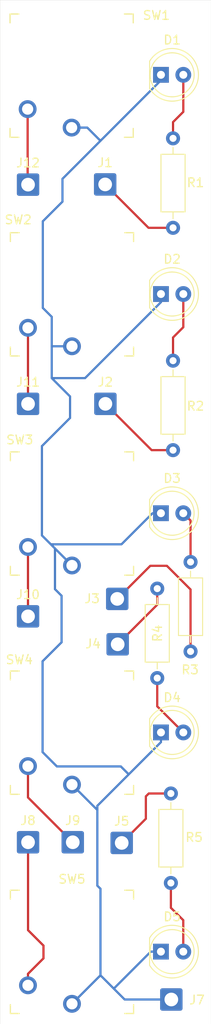
<source format=kicad_pcb>
(kicad_pcb (version 20221018) (generator pcbnew)
  (layers (0 "F.Cu" signal) (31 "B.Cu" signal) (34 "B.Paste" user) (35 "F.Paste" user) (36 "B.SilkS" user "B.Silkscreen") (37 "F.SilkS" user "F.Silkscreen") (38 "B.Mask" user) (39 "F.Mask" user) (44 "Edge.Cuts" user))
  (net 0 "")
  (footprint "Connector_Wire:SolderWire-0.75sqmm_1x01_D1.25mm_OD2.3mm" (layer "F.Cu") (at 116.2558 55.499)
    (fp_text reference "J1" (at 0 -2.47) (layer "F.SilkS"))
    (fp_text value "Conn_01x01" hide)
    (pad "1" thru_hole roundrect (at 0 0) (size 2.55 2.55) (drill 1.55) (layers "*.Cu" "*.Mask") (roundrect_rratio 0.09803882353))
  )
  (footprint "Resistor_THT:R_Axial_DIN0207_L6.3mm_D2.5mm_P10.16mm_Horizontal" (layer "F.Cu") (at 123.7234 134.8232 90)
    (fp_text reference "R5" (at 5.1816 2.6416 180) (layer "F.SilkS"))
    (fp_text value "R_US" hide)
    (fp_line (start 1.04 0) (end 1.81 0) (stroke (width 0.12)) (layer "F.SilkS"))
    (fp_line (start 1.81 -1.37) (end 1.81 1.37) (stroke (width 0.12)) (layer "F.SilkS"))
    (fp_line (start 1.81 1.37) (end 8.35 1.37) (stroke (width 0.12)) (layer "F.SilkS"))
    (fp_line (start 8.35 -1.37) (end 1.81 -1.37) (stroke (width 0.12)) (layer "F.SilkS"))
    (fp_line (start 8.35 1.37) (end 8.35 -1.37) (stroke (width 0.12)) (layer "F.SilkS"))
    (fp_line (start 9.12 0) (end 8.35 0) (stroke (width 0.12)) (layer "F.SilkS"))
    (pad "1" thru_hole circle (at 0 0 90) (size 1.6 1.6) (drill 0.8) (layers "*.Cu" "*.Mask"))
    (pad "2" thru_hole oval (at 10.16 0 90) (size 1.6 1.6) (drill 0.8) (layers "*.Cu" "*.Mask"))
  )
  (footprint "Connector_Wire:SolderWire-0.75sqmm_1x01_D1.25mm_OD2.3mm" (layer "F.Cu") (at 112.5728 130.200527)
    (fp_text reference "J9" (at 0 -2.47) (layer "F.SilkS"))
    (fp_text value "Conn_01x01" hide)
    (pad "1" thru_hole roundrect (at 0 0) (size 2.55 2.55) (drill 1.55) (layers "*.Cu" "*.Mask") (roundrect_rratio 0.09803882353))
  )
  (footprint "Resistor_THT:R_Axial_DIN0207_L6.3mm_D2.5mm_P10.16mm_Horizontal" (layer "F.Cu") (at 123.968764 75.5142 -90)
    (fp_text reference "R2" (at 5.1562 -2.548636 -180) (layer "F.SilkS"))
    (fp_text value "R_US" hide)
    (fp_line (start 1.04 0) (end 1.81 0) (stroke (width 0.12)) (layer "F.SilkS"))
    (fp_line (start 1.81 -1.37) (end 1.81 1.37) (stroke (width 0.12)) (layer "F.SilkS"))
    (fp_line (start 1.81 1.37) (end 8.35 1.37) (stroke (width 0.12)) (layer "F.SilkS"))
    (fp_line (start 8.35 -1.37) (end 1.81 -1.37) (stroke (width 0.12)) (layer "F.SilkS"))
    (fp_line (start 8.35 1.37) (end 8.35 -1.37) (stroke (width 0.12)) (layer "F.SilkS"))
    (fp_line (start 9.12 0) (end 8.35 0) (stroke (width 0.12)) (layer "F.SilkS"))
    (pad "1" thru_hole circle (at 0 0 270) (size 1.6 1.6) (drill 0.8) (layers "*.Cu" "*.Mask"))
    (pad "2" thru_hole oval (at 10.16 0 270) (size 1.6 1.6) (drill 0.8) (layers "*.Cu" "*.Mask"))
  )
  (footprint "Low_Profile_Kailh_Switch:SW_PG1350" (layer "F.Cu") (at 112.4848 117.754527)
    (fp_text reference "SW4" (at -5.9826 -8.280527) (layer "F.SilkS"))
    (fp_text value "SW_SPST" hide)
    (fp_line (start -7 -6) (end -7 -7) (stroke (width 0.15)) (layer "F.SilkS"))
    (fp_line (start -7 7) (end -7 6) (stroke (width 0.15)) (layer "F.SilkS"))
    (fp_line (start -7 7) (end -6 7) (stroke (width 0.15)) (layer "F.SilkS"))
    (fp_line (start -6 -7) (end -7 -7) (stroke (width 0.15)) (layer "F.SilkS"))
    (fp_line (start 6 7) (end 7 7) (stroke (width 0.15)) (layer "F.SilkS"))
    (fp_line (start 7 -7) (end 6 -7) (stroke (width 0.15)) (layer "F.SilkS"))
    (fp_line (start 7 -7) (end 7 -6) (stroke (width 0.15)) (layer "F.SilkS"))
    (fp_line (start 7 6) (end 7 7) (stroke (width 0.15)) (layer "F.SilkS"))
    (pad "" np_thru_hole circle (at -5.5 0) (size 1.7018 1.7018) (drill 1.7018) (layers "F&B.Cu" "*.Mask"))
    (pad "" np_thru_hole circle (at 0 0) (size 3.429 3.429) (drill 3.429) (layers "F&B.Cu" "*.Mask"))
    (pad "" np_thru_hole circle (at 5.22 -4.2) (size 0.9906 0.9906) (drill 0.9906) (layers "F&B.Cu" "*.Mask"))
    (pad "" np_thru_hole circle (at 5.5 0) (size 1.7018 1.7018) (drill 1.7018) (layers "F&B.Cu" "*.Mask"))
    (pad "1" thru_hole circle (at 0 5.9) (size 2.032 2.032) (drill 1.27) (layers "*.Cu" "*.Mask"))
    (pad "2" thru_hole circle (at -5 3.8) (size 2.032 2.032) (drill 1.27) (layers "*.Cu" "*.Mask"))
  )
  (footprint "Connector_Wire:SolderWire-0.75sqmm_1x01_D1.25mm_OD2.3mm" (layer "F.Cu") (at 116.2812 80.4164)
    (fp_text reference "J2" (at 0 -2.47) (layer "F.SilkS"))
    (fp_text value "Conn_01x01" hide)
    (pad "1" thru_hole roundrect (at 0 0) (size 2.55 2.55) (drill 1.55) (layers "*.Cu" "*.Mask") (roundrect_rratio 0.09803882353))
  )
  (footprint "Connector_Wire:SolderWire-0.75sqmm_1x01_D1.25mm_OD2.3mm" (layer "F.Cu") (at 107.4928 104.546527)
    (fp_text reference "J10" (at 0 -2.47) (layer "F.SilkS"))
    (fp_text value "Conn_01x01" hide)
    (pad "1" thru_hole roundrect (at 0 0) (size 2.55 2.55) (drill 1.55) (layers "*.Cu" "*.Mask") (roundrect_rratio 0.09803882353))
  )
  (footprint "Low_Profile_Kailh_Switch:SW_PG1350" (layer "F.Cu") (at 112.4848 92.871527)
    (fp_text reference "SW3" (at -5.9318 -8.365727) (layer "F.SilkS"))
    (fp_text value "SW_SPST" hide)
    (fp_line (start -7 -6) (end -7 -7) (stroke (width 0.15)) (layer "F.SilkS"))
    (fp_line (start -7 7) (end -7 6) (stroke (width 0.15)) (layer "F.SilkS"))
    (fp_line (start -7 7) (end -6 7) (stroke (width 0.15)) (layer "F.SilkS"))
    (fp_line (start -6 -7) (end -7 -7) (stroke (width 0.15)) (layer "F.SilkS"))
    (fp_line (start 6 7) (end 7 7) (stroke (width 0.15)) (layer "F.SilkS"))
    (fp_line (start 7 -7) (end 6 -7) (stroke (width 0.15)) (layer "F.SilkS"))
    (fp_line (start 7 -7) (end 7 -6) (stroke (width 0.15)) (layer "F.SilkS"))
    (fp_line (start 7 6) (end 7 7) (stroke (width 0.15)) (layer "F.SilkS"))
    (pad "" np_thru_hole circle (at -5.5 0) (size 1.7018 1.7018) (drill 1.7018) (layers "F&B.Cu" "*.Mask"))
    (pad "" np_thru_hole circle (at 0 0) (size 3.429 3.429) (drill 3.429) (layers "F&B.Cu" "*.Mask"))
    (pad "" np_thru_hole circle (at 5.22 -4.2) (size 0.9906 0.9906) (drill 0.9906) (layers "F&B.Cu" "*.Mask"))
    (pad "" np_thru_hole circle (at 5.5 0) (size 1.7018 1.7018) (drill 1.7018) (layers "F&B.Cu" "*.Mask"))
    (pad "1" thru_hole circle (at 0 5.9) (size 2.032 2.032) (drill 1.27) (layers "*.Cu" "*.Mask"))
    (pad "2" thru_hole circle (at -5 3.8) (size 2.032 2.032) (drill 1.27) (layers "*.Cu" "*.Mask"))
  )
  (footprint "Connector_Wire:SolderWire-0.75sqmm_1x01_D1.25mm_OD2.3mm" (layer "F.Cu") (at 107.4928 130.200527)
    (fp_text reference "J8" (at 0 -2.47) (layer "F.SilkS"))
    (fp_text value "Conn_01x01" hide)
    (pad "1" thru_hole roundrect (at 0 0) (size 2.55 2.55) (drill 1.55) (layers "*.Cu" "*.Mask") (roundrect_rratio 0.09803882353))
  )
  (footprint "Connector_Wire:SolderWire-0.75sqmm_1x01_D1.25mm_OD2.3mm" (layer "F.Cu") (at 107.4928 80.416527)
    (fp_text reference "J11" (at 0 -2.47) (layer "F.SilkS"))
    (fp_text value "Conn_01x01" hide)
    (pad "1" thru_hole roundrect (at 0 0) (size 2.55 2.55) (drill 1.55) (layers "*.Cu" "*.Mask") (roundrect_rratio 0.09803882353))
  )
  (footprint "LED_THT:LED_D5.0mm" (layer "F.Cu") (at 122.597164 67.945)
    (fp_text reference "D2" (at 1.27 -3.96) (layer "F.SilkS"))
    (fp_text value "LED")
    (fp_line (start -1.29 -1.545) (end -1.29 1.545) (stroke (width 0.12)) (layer "F.SilkS"))
    (fp_arc (start -1.29 -1.54483) (mid 2.072002 -2.880433) (end 4.26 0.000462) (stroke (width 0.12)) (layer "F.SilkS"))
    (fp_arc (start 4.26 -0.000462) (mid 2.072002 2.880433) (end -1.29 1.54483) (stroke (width 0.12)) (layer "F.SilkS"))
    (fp_circle (center 1.27 0) (end 3.77 0) (stroke (width 0.12)) (fill none) (layer "F.SilkS"))
    (pad "1" thru_hole rect (at 0 0) (size 1.8 1.8) (drill 0.9) (layers "*.Cu" "*.Mask"))
    (pad "2" thru_hole circle (at 2.54 0) (size 1.8 1.8) (drill 0.9) (layers "*.Cu" "*.Mask"))
  )
  (footprint "Low_Profile_Kailh_Switch:SW_PG1350" (layer "F.Cu") (at 112.4848 67.979527)
    (fp_text reference "SW2" (at -6.1096 -8.467327) (layer "F.SilkS"))
    (fp_text value "SW_SPST" hide)
    (fp_line (start -7 -6) (end -7 -7) (stroke (width 0.15)) (layer "F.SilkS"))
    (fp_line (start -7 7) (end -7 6) (stroke (width 0.15)) (layer "F.SilkS"))
    (fp_line (start -7 7) (end -6 7) (stroke (width 0.15)) (layer "F.SilkS"))
    (fp_line (start -6 -7) (end -7 -7) (stroke (width 0.15)) (layer "F.SilkS"))
    (fp_line (start 6 7) (end 7 7) (stroke (width 0.15)) (layer "F.SilkS"))
    (fp_line (start 7 -7) (end 6 -7) (stroke (width 0.15)) (layer "F.SilkS"))
    (fp_line (start 7 -7) (end 7 -6) (stroke (width 0.15)) (layer "F.SilkS"))
    (fp_line (start 7 6) (end 7 7) (stroke (width 0.15)) (layer "F.SilkS"))
    (pad "" np_thru_hole circle (at -5.5 0) (size 1.7018 1.7018) (drill 1.7018) (layers "F&B.Cu" "*.Mask"))
    (pad "" np_thru_hole circle (at 0 0) (size 3.429 3.429) (drill 3.429) (layers "F&B.Cu" "*.Mask"))
    (pad "" np_thru_hole circle (at 5.22 -4.2) (size 0.9906 0.9906) (drill 0.9906) (layers "F&B.Cu" "*.Mask"))
    (pad "" np_thru_hole circle (at 5.5 0) (size 1.7018 1.7018) (drill 1.7018) (layers "F&B.Cu" "*.Mask"))
    (pad "1" thru_hole circle (at 0 5.9) (size 2.032 2.032) (drill 1.27) (layers "*.Cu" "*.Mask"))
    (pad "2" thru_hole circle (at -5 3.8) (size 2.032 2.032) (drill 1.27) (layers "*.Cu" "*.Mask"))
  )
  (footprint "Resistor_THT:R_Axial_DIN0207_L6.3mm_D2.5mm_P10.16mm_Horizontal" (layer "F.Cu") (at 122.174 101.3968 -90)
    (fp_text reference "R4" (at 5.08 -0.0254 90) (layer "F.SilkS"))
    (fp_text value "R_US" hide)
    (fp_line (start 1.04 0) (end 1.81 0) (stroke (width 0.12)) (layer "F.SilkS"))
    (fp_line (start 1.81 -1.37) (end 1.81 1.37) (stroke (width 0.12)) (layer "F.SilkS"))
    (fp_line (start 1.81 1.37) (end 8.35 1.37) (stroke (width 0.12)) (layer "F.SilkS"))
    (fp_line (start 8.35 -1.37) (end 1.81 -1.37) (stroke (width 0.12)) (layer "F.SilkS"))
    (fp_line (start 8.35 1.37) (end 8.35 -1.37) (stroke (width 0.12)) (layer "F.SilkS"))
    (fp_line (start 9.12 0) (end 8.35 0) (stroke (width 0.12)) (layer "F.SilkS"))
    (pad "1" thru_hole circle (at 0 0 270) (size 1.6 1.6) (drill 0.8) (layers "*.Cu" "*.Mask"))
    (pad "2" thru_hole oval (at 10.16 0 270) (size 1.6 1.6) (drill 0.8) (layers "*.Cu" "*.Mask"))
  )
  (footprint "LED_THT:LED_D5.0mm" (layer "F.Cu") (at 122.597164 117.729)
    (fp_text reference "D4" (at 1.27 -3.96) (layer "F.SilkS"))
    (fp_text value "LED")
    (fp_line (start -1.29 -1.545) (end -1.29 1.545) (stroke (width 0.12)) (layer "F.SilkS"))
    (fp_arc (start -1.29 -1.54483) (mid 2.072002 -2.880433) (end 4.26 0.000462) (stroke (width 0.12)) (layer "F.SilkS"))
    (fp_arc (start 4.26 -0.000462) (mid 2.072002 2.880433) (end -1.29 1.54483) (stroke (width 0.12)) (layer "F.SilkS"))
    (fp_circle (center 1.27 0) (end 3.77 0) (stroke (width 0.12)) (fill none) (layer "F.SilkS"))
    (pad "1" thru_hole rect (at 0 0) (size 1.8 1.8) (drill 0.9) (layers "*.Cu" "*.Mask"))
    (pad "2" thru_hole circle (at 2.54 0) (size 1.8 1.8) (drill 0.9) (layers "*.Cu" "*.Mask"))
  )
  (footprint "Connector_Wire:SolderWire-0.75sqmm_1x01_D1.25mm_OD2.3mm" (layer "F.Cu") (at 107.4928 55.524527)
    (fp_text reference "J12" (at 0 -2.47) (layer "F.SilkS"))
    (fp_text value "Conn_01x01" hide)
    (pad "1" thru_hole roundrect (at 0 0) (size 2.55 2.55) (drill 1.55) (layers "*.Cu" "*.Mask") (roundrect_rratio 0.09803882353))
  )
  (footprint "Low_Profile_Kailh_Switch:SW_PG1350" (layer "F.Cu") (at 112.4458 43.147527)
    (fp_text reference "SW1" (at 9.6266 -6.8508) (layer "F.SilkS"))
    (fp_text value "SW_SPST" hide)
    (fp_line (start -7 -6) (end -7 -7) (stroke (width 0.15)) (layer "F.SilkS"))
    (fp_line (start -7 7) (end -7 6) (stroke (width 0.15)) (layer "F.SilkS"))
    (fp_line (start -7 7) (end -6 7) (stroke (width 0.15)) (layer "F.SilkS"))
    (fp_line (start -6 -7) (end -7 -7) (stroke (width 0.15)) (layer "F.SilkS"))
    (fp_line (start 6 7) (end 7 7) (stroke (width 0.15)) (layer "F.SilkS"))
    (fp_line (start 7 -7) (end 6 -7) (stroke (width 0.15)) (layer "F.SilkS"))
    (fp_line (start 7 -7) (end 7 -6) (stroke (width 0.15)) (layer "F.SilkS"))
    (fp_line (start 7 6) (end 7 7) (stroke (width 0.15)) (layer "F.SilkS"))
    (pad "" np_thru_hole circle (at -5.5 0) (size 1.7018 1.7018) (drill 1.7018) (layers "F&B.Cu" "*.Mask"))
    (pad "" np_thru_hole circle (at 0 0) (size 3.429 3.429) (drill 3.429) (layers "F&B.Cu" "*.Mask"))
    (pad "" np_thru_hole circle (at 5.22 -4.2) (size 0.9906 0.9906) (drill 0.9906) (layers "F&B.Cu" "*.Mask"))
    (pad "" np_thru_hole circle (at 5.5 0) (size 1.7018 1.7018) (drill 1.7018) (layers "F&B.Cu" "*.Mask"))
    (pad "1" thru_hole circle (at 0 5.9) (size 2.032 2.032) (drill 1.27) (layers "*.Cu" "*.Mask"))
    (pad "2" thru_hole circle (at -5 3.8) (size 2.032 2.032) (drill 1.27) (layers "*.Cu" "*.Mask"))
  )
  (footprint "Connector_Wire:SolderWire-0.75sqmm_1x01_D1.25mm_OD2.3mm" (layer "F.Cu") (at 118.1354 130.2766)
    (fp_text reference "J5" (at 0 -2.47) (layer "F.SilkS"))
    (fp_text value "Conn_01x01" hide)
    (pad "1" thru_hole roundrect (at 0 0) (size 2.55 2.55) (drill 1.55) (layers "*.Cu" "*.Mask") (roundrect_rratio 0.09803882353))
  )
  (footprint "Connector_Wire:SolderWire-0.75sqmm_1x01_D1.25mm_OD2.3mm" (layer "F.Cu") (at 117.6274 102.5652)
    (fp_text reference "J3" (at -2.8448 -0.0254) (layer "F.SilkS"))
    (fp_text value "Conn_01x01" hide)
    (pad "1" thru_hole roundrect (at 0 0) (size 2.55 2.55) (drill 1.55) (layers "*.Cu" "*.Mask") (roundrect_rratio 0.09803882353))
  )
  (footprint "Low_Profile_Kailh_Switch:SW_PG1350" (layer "F.Cu") (at 112.4848 142.646527)
    (fp_text reference "SW5" (at 0 -8.255) (layer "F.SilkS"))
    (fp_text value "SW_SPST" hide)
    (fp_line (start -7 -6) (end -7 -7) (stroke (width 0.15)) (layer "F.SilkS"))
    (fp_line (start -7 7) (end -7 6) (stroke (width 0.15)) (layer "F.SilkS"))
    (fp_line (start -7 7) (end -6 7) (stroke (width 0.15)) (layer "F.SilkS"))
    (fp_line (start -6 -7) (end -7 -7) (stroke (width 0.15)) (layer "F.SilkS"))
    (fp_line (start 6 7) (end 7 7) (stroke (width 0.15)) (layer "F.SilkS"))
    (fp_line (start 7 -7) (end 6 -7) (stroke (width 0.15)) (layer "F.SilkS"))
    (fp_line (start 7 -7) (end 7 -6) (stroke (width 0.15)) (layer "F.SilkS"))
    (fp_line (start 7 6) (end 7 7) (stroke (width 0.15)) (layer "F.SilkS"))
    (pad "" np_thru_hole circle (at -5.5 0) (size 1.7018 1.7018) (drill 1.7018) (layers "F&B.Cu" "*.Mask"))
    (pad "" np_thru_hole circle (at 0 0) (size 3.429 3.429) (drill 3.429) (layers "F&B.Cu" "*.Mask"))
    (pad "" np_thru_hole circle (at 5.22 -4.2) (size 0.9906 0.9906) (drill 0.9906) (layers "F&B.Cu" "*.Mask"))
    (pad "" np_thru_hole circle (at 5.5 0) (size 1.7018 1.7018) (drill 1.7018) (layers "F&B.Cu" "*.Mask"))
    (pad "1" thru_hole circle (at 0 5.9) (size 2.032 2.032) (drill 1.27) (layers "*.Cu" "*.Mask"))
    (pad "2" thru_hole circle (at -5 3.8) (size 2.032 2.032) (drill 1.27) (layers "*.Cu" "*.Mask"))
  )
  (footprint "LED_THT:LED_D5.0mm" (layer "F.Cu") (at 122.592164 92.837)
    (fp_text reference "D3" (at 1.27 -3.96) (layer "F.SilkS"))
    (fp_text value "LED")
    (fp_line (start -1.29 -1.545) (end -1.29 1.545) (stroke (width 0.12)) (layer "F.SilkS"))
    (fp_arc (start -1.29 -1.54483) (mid 2.072002 -2.880433) (end 4.26 0.000462) (stroke (width 0.12)) (layer "F.SilkS"))
    (fp_arc (start 4.26 -0.000462) (mid 2.072002 2.880433) (end -1.29 1.54483) (stroke (width 0.12)) (layer "F.SilkS"))
    (fp_circle (center 1.27 0) (end 3.77 0) (stroke (width 0.12)) (fill none) (layer "F.SilkS"))
    (pad "1" thru_hole rect (at 0 0) (size 1.8 1.8) (drill 0.9) (layers "*.Cu" "*.Mask"))
    (pad "2" thru_hole circle (at 2.54 0) (size 1.8 1.8) (drill 0.9) (layers "*.Cu" "*.Mask"))
  )
  (footprint "Resistor_THT:R_Axial_DIN0207_L6.3mm_D2.5mm_P10.16mm_Horizontal" (layer "F.Cu") (at 125.9586 98.3742 -90)
    (fp_text reference "R3" (at 12.2428 0.0508 -180) (layer "F.SilkS"))
    (fp_text value "R_US" hide)
    (fp_line (start 1.04 0) (end 1.81 0) (stroke (width 0.12)) (layer "F.SilkS"))
    (fp_line (start 1.81 -1.37) (end 1.81 1.37) (stroke (width 0.12)) (layer "F.SilkS"))
    (fp_line (start 1.81 1.37) (end 8.35 1.37) (stroke (width 0.12)) (layer "F.SilkS"))
    (fp_line (start 8.35 -1.37) (end 1.81 -1.37) (stroke (width 0.12)) (layer "F.SilkS"))
    (fp_line (start 8.35 1.37) (end 8.35 -1.37) (stroke (width 0.12)) (layer "F.SilkS"))
    (fp_line (start 9.12 0) (end 8.35 0) (stroke (width 0.12)) (layer "F.SilkS"))
    (pad "1" thru_hole circle (at 0 0 270) (size 1.6 1.6) (drill 0.8) (layers "*.Cu" "*.Mask"))
    (pad "2" thru_hole oval (at 10.16 0 270) (size 1.6 1.6) (drill 0.8) (layers "*.Cu" "*.Mask"))
  )
  (footprint "LED_THT:LED_D5.0mm" (layer "F.Cu") (at 122.597164 43.053)
    (fp_text reference "D1" (at 1.27 -3.96) (layer "F.SilkS"))
    (fp_text value "LED")
    (fp_line (start -1.29 -1.545) (end -1.29 1.545) (stroke (width 0.12)) (layer "F.SilkS"))
    (fp_arc (start -1.29 -1.54483) (mid 2.072002 -2.880433) (end 4.26 0.000462) (stroke (width 0.12)) (layer "F.SilkS"))
    (fp_arc (start 4.26 -0.000462) (mid 2.072002 2.880433) (end -1.29 1.54483) (stroke (width 0.12)) (layer "F.SilkS"))
    (fp_circle (center 1.27 0) (end 3.77 0) (stroke (width 0.12)) (fill none) (layer "F.SilkS"))
    (pad "1" thru_hole rect (at 0 0) (size 1.8 1.8) (drill 0.9) (layers "*.Cu" "*.Mask"))
    (pad "2" thru_hole circle (at 2.54 0) (size 1.8 1.8) (drill 0.9) (layers "*.Cu" "*.Mask"))
  )
  (footprint "Connector_Wire:SolderWire-0.75sqmm_1x01_D1.25mm_OD2.3mm" (layer "F.Cu") (at 123.7742 148.0566)
    (fp_text reference "J7" (at 2.921 0.0508) (layer "F.SilkS"))
    (fp_text value "Conn_01x01" hide)
    (pad "1" thru_hole roundrect (at 0 0) (size 2.55 2.55) (drill 1.55) (layers "*.Cu" "*.Mask") (roundrect_rratio 0.09803882353))
  )
  (footprint "Connector_Wire:SolderWire-0.75sqmm_1x01_D1.25mm_OD2.3mm" (layer "F.Cu") (at 117.6782 107.7214)
    (fp_text reference "J4" (at -2.794 -0.0508) (layer "F.SilkS"))
    (fp_text value "Conn_01x01" hide)
    (pad "1" thru_hole roundrect (at 0 0) (size 2.55 2.55) (drill 1.55) (layers "*.Cu" "*.Mask") (roundrect_rratio 0.09803882353))
  )
  (footprint "LED_THT:LED_D5.0mm" (layer "F.Cu") (at 122.592164 142.621)
    (fp_text reference "D5" (at 1.27 -3.96) (layer "F.SilkS"))
    (fp_text value "LED" hide)
    (fp_line (start -1.29 -1.545) (end -1.29 1.545) (stroke (width 0.12)) (layer "F.SilkS"))
    (fp_arc (start -1.29 -1.54483) (mid 2.072002 -2.880433) (end 4.26 0.000462) (stroke (width 0.12)) (layer "F.SilkS"))
    (fp_arc (start 4.26 -0.000462) (mid 2.072002 2.880433) (end -1.29 1.54483) (stroke (width 0.12)) (layer "F.SilkS"))
    (fp_circle (center 1.27 0) (end 3.77 0) (stroke (width 0.12)) (fill none) (layer "F.SilkS"))
    (pad "1" thru_hole rect (at 0 0) (size 1.8 1.8) (drill 0.9) (layers "*.Cu" "*.Mask"))
    (pad "2" thru_hole circle (at 2.54 0) (size 1.8 1.8) (drill 0.9) (layers "*.Cu" "*.Mask"))
  )
  (footprint "Resistor_THT:R_Axial_DIN0207_L6.3mm_D2.5mm_P10.16mm_Horizontal" (layer "F.Cu") (at 123.968764 50.2666 -90)
    (fp_text reference "R1" (at 5.0292 -2.548636 -180) (layer "F.SilkS"))
    (fp_text value "R_US" hide)
    (fp_line (start 1.04 0) (end 1.81 0) (stroke (width 0.12)) (layer "F.SilkS"))
    (fp_line (start 1.81 -1.37) (end 1.81 1.37) (stroke (width 0.12)) (layer "F.SilkS"))
    (fp_line (start 1.81 1.37) (end 8.35 1.37) (stroke (width 0.12)) (layer "F.SilkS"))
    (fp_line (start 8.35 -1.37) (end 1.81 -1.37) (stroke (width 0.12)) (layer "F.SilkS"))
    (fp_line (start 8.35 1.37) (end 8.35 -1.37) (stroke (width 0.12)) (layer "F.SilkS"))
    (fp_line (start 9.12 0) (end 8.35 0) (stroke (width 0.12)) (layer "F.SilkS"))
    (pad "1" thru_hole circle (at 0 0 270) (size 1.6 1.6) (drill 0.8) (layers "*.Cu" "*.Mask"))
    (pad "2" thru_hole oval (at 10.16 0 270) (size 1.6 1.6) (drill 0.8) (layers "*.Cu" "*.Mask"))
  )
  (gr_line (start 104.3178 34.569527) (end 128.286764 34.569527) (stroke (width 0.0254)) (layer "Edge.Cuts"))
  (gr_line (start 104.3178 150.850473) (end 104.3178 34.569527) (stroke (width 0.0254)) (layer "Edge.Cuts"))
  (gr_line (start 128.286764 34.569527) (end 128.286764 150.850473) (stroke (width 0.0254)) (layer "Edge.Cuts"))
  (gr_line (start 128.286764 150.850473) (end 104.3178 150.850473) (stroke (width 0.0254)) (layer "Edge.Cuts"))
  (segment (start 107.4928 130.200527) (end 107.4928 140.182727) (width 0.254) (layer "F.Cu") (net 0))
  (segment (start 118.1354 130.2766) (end 120.8786 127.5334) (width 0.25) (layer "F.Cu") (net 0))
  (segment (start 125.9586 93.663436) (end 125.132164 92.837) (width 0.25) (layer "F.Cu") (net 0))
  (segment (start 122.174 111.5568) (end 122.174 114.765836) (width 0.25) (layer "F.Cu") (net 0))
  (segment (start 122.174 114.765836) (end 125.137164 117.729) (width 0.25) (layer "F.Cu") (net 0))
  (segment (start 122.174 103.2256) (end 122.174 101.3968) (width 0.25) (layer "F.Cu") (net 0))
  (segment (start 107.4848 71.779527) (end 107.4848 80.408527) (width 0.254) (layer "F.Cu") (net 0))
  (segment (start 107.4848 96.671527) (end 107.4848 104.538527) (width 0.254) (layer "F.Cu") (net 0))
  (segment (start 117.6782 107.7214) (end 122.174 103.2256) (width 0.25) (layer "F.Cu") (net 0))
  (segment (start 125.137164 47.252636) (end 125.137164 43.053) (width 0.25) (layer "F.Cu") (net 0))
  (segment (start 125.132164 139.051364) (end 125.132164 142.621) (width 0.25) (layer "F.Cu") (net 0))
  (segment (start 121.1834 60.4266) (end 123.968764 60.4266) (width 0.25) (layer "F.Cu") (net 0))
  (segment (start 107.4848 104.538527) (end 107.4928 104.546527) (width 0.254) (layer "F.Cu") (net 0))
  (segment (start 123.7234 134.8232) (end 123.7234 137.6426) (width 0.25) (layer "F.Cu") (net 0))
  (segment (start 109.2454 143.383127) (end 107.4848 145.143727) (width 0.254) (layer "F.Cu") (net 0))
  (segment (start 125.9586 98.3742) (end 125.9586 93.663436) (width 0.25) (layer "F.Cu") (net 0))
  (segment (start 123.7234 137.6426) (end 125.132164 139.051364) (width 0.25) (layer "F.Cu") (net 0))
  (segment (start 107.4848 145.143727) (end 107.4848 146.446527) (width 0.254) (layer "F.Cu") (net 0))
  (segment (start 109.2454 141.935327) (end 109.2454 143.383127) (width 0.254) (layer "F.Cu") (net 0))
  (segment (start 121.2088 124.6632) (end 123.7234 124.6632) (width 0.25) (layer "F.Cu") (net 0))
  (segment (start 121.3866 98.806) (end 123.2662 98.806) (width 0.25) (layer "F.Cu") (net 0))
  (segment (start 125.137164 71.712836) (end 125.137164 67.945) (width 0.25) (layer "F.Cu") (net 0))
  (segment (start 116.2812 80.4164) (end 121.539 85.6742) (width 0.25) (layer "F.Cu") (net 0))
  (segment (start 107.4928 140.182727) (end 109.2454 141.935327) (width 0.254) (layer "F.Cu") (net 0))
  (segment (start 125.9586 101.4984) (end 125.9586 108.5342) (width 0.25) (layer "F.Cu") (net 0))
  (segment (start 123.968764 72.881236) (end 125.137164 71.712836) (width 0.25) (layer "F.Cu") (net 0))
  (segment (start 107.4848 121.554527) (end 107.4848 125.112527) (width 0.254) (layer "F.Cu") (net 0))
  (segment (start 123.968764 50.2666) (end 123.968764 48.421036) (width 0.25) (layer "F.Cu") (net 0))
  (segment (start 117.6274 102.5652) (end 121.3866 98.806) (width 0.25) (layer "F.Cu") (net 0))
  (segment (start 123.2662 98.806) (end 125.9586 101.4984) (width 0.25) (layer "F.Cu") (net 0))
  (segment (start 123.968764 48.421036) (end 125.137164 47.252636) (width 0.25) (layer "F.Cu") (net 0))
  (segment (start 107.4848 80.408527) (end 107.4928 80.416527) (width 0.254) (layer "F.Cu") (net 0))
  (segment (start 107.4458 46.947527) (end 107.4458 55.477527) (width 0.254) (layer "F.Cu") (net 0))
  (segment (start 120.8786 124.9934) (end 121.2088 124.6632) (width 0.25) (layer "F.Cu") (net 0))
  (segment (start 123.968764 75.5142) (end 123.968764 72.881236) (width 0.25) (layer "F.Cu") (net 0))
  (segment (start 121.539 85.6742) (end 123.968764 85.6742) (width 0.25) (layer "F.Cu") (net 0))
  (segment (start 107.4848 125.112527) (end 112.5728 130.200527) (width 0.254) (layer "F.Cu") (net 0))
  (segment (start 107.4458 55.477527) (end 107.4928 55.524527) (width 0.254) (layer "F.Cu") (net 0))
  (segment (start 120.8786 127.5334) (end 120.8786 124.9934) (width 0.25) (layer "F.Cu") (net 0))
  (segment (start 116.2558 55.499) (end 121.1834 60.4266) (width 0.25) (layer "F.Cu") (net 0))
  (segment (start 110.107636 96.394364) (end 110.310836 96.597564) (width 0.254) (layer "B.Cu") (net 0))
  (segment (start 110.310836 96.597564) (end 110.552136 96.838864) (width 0.254) (layer "B.Cu") (net 0))
  (segment (start 111.4044 57.4548) (end 111.4044 54.864) (width 0.25) (layer "B.Cu") (net 0))
  (segment (start 118.0338 121.5898) (end 118.9355 122.4915) (width 0.254) (layer "B.Cu") (net 0))
  (segment (start 118.9355 122.4915) (end 115.3668 126.0602) (width 0.25) (layer "B.Cu") (net 0))
  (segment (start 110.1852 77.4954) (end 112.268 79.5782) (width 0.25) (layer "B.Cu") (net 0))
  (segment (start 122.597164 43.053) (end 122.597164 43.671363) (width 0.25) (layer "B.Cu") (net 0))
  (segment (start 122.592164 92.837) (end 121.6406 92.837) (width 0.25) (layer "B.Cu") (net 0))
  (segment (start 112.268 82.0166) (end 109.0676 85.217) (width 0.25) (layer "B.Cu") (net 0))
  (segment (start 121.4374 142.621) (end 117.235937 146.822463) (width 0.25) (layer "B.Cu") (net 0))
  (segment (start 124.1044 148.513927) (end 124.1298 148.488527) (width 0.254) (layer "B.Cu") (net 0))
  (segment (start 109.0676 85.217) (end 109.0676 86.7664) (width 0.25) (layer "B.Cu") (net 0))
  (segment (start 110.552136 96.838864) (end 110.552136 101.458936) (width 0.254) (layer "B.Cu") (net 0))
  (segment (start 115.3668 126.0602) (end 115.3668 126.536527) (width 0.25) (layer "B.Cu") (net 0))
  (segment (start 115.722273 50.546127) (end 115.7224 50.546127) (width 0.25) (layer "B.Cu") (net 0))
  (segment (start 112.4848 148.546527) (end 115.7224 145.308927) (width 0.254) (layer "B.Cu") (net 0))
  (segment (start 110.7694 121.5898) (end 118.0338 121.5898) (width 0.254) (layer "B.Cu") (net 0))
  (segment (start 115.3668 135.128) (end 115.7224 135.4836) (width 0.254) (layer "B.Cu") (net 0))
  (segment (start 109.1438 109.6518) (end 109.1438 119.9642) (width 0.254) (layer "B.Cu") (net 0))
  (segment (start 111.4044 54.864) (end 115.722273 50.546127) (width 0.25) (layer "B.Cu") (net 0))
  (segment (start 110.1852 73.8632) (end 110.1852 77.4954) (width 0.25) (layer "B.Cu") (net 0))
  (segment (start 110.552136 101.458936) (end 111.3028 102.2096) (width 0.254) (layer "B.Cu") (net 0))
  (segment (start 109.1692 69.5198) (end 109.1692 59.69) (width 0.25) (layer "B.Cu") (net 0))
  (segment (start 112.4848 73.879527) (end 110.201527 73.879527) (width 0.25) (layer "B.Cu") (net 0))
  (segment (start 118.470073 148.0566) (end 117.235937 146.822463) (width 0.25) (layer "B.Cu") (net 0))
  (segment (start 118.11 96.3676) (end 110.1344 96.3676) (width 0.25) (layer "B.Cu") (net 0))
  (segment (start 110.1344 96.3676) (end 110.107636 96.394364) (width 0.25) (layer "B.Cu") (net 0))
  (segment (start 117.235937 146.822463) (end 115.7224 145.308927) (width 0.25) (layer "B.Cu") (net 0))
  (segment (start 122.592164 142.621) (end 121.4374 142.621) (width 0.25) (layer "B.Cu") (net 0))
  (segment (start 109.0676 86.7664) (end 109.0676 95.354327) (width 0.254) (layer "B.Cu") (net 0))
  (segment (start 113.9698 77.4954) (end 110.1852 77.4954) (width 0.25) (layer "B.Cu") (net 0))
  (segment (start 123.7742 148.0566) (end 118.470073 148.0566) (width 0.25) (layer "B.Cu") (net 0))
  (segment (start 114.2238 49.047527) (end 115.7224 50.546127) (width 0.254) (layer "B.Cu") (net 0))
  (segment (start 111.3028 107.4928) (end 109.1438 109.6518) (width 0.254) (layer "B.Cu") (net 0))
  (segment (start 110.1852 73.8632) (end 110.1852 70.5358) (width 0.25) (layer "B.Cu") (net 0))
  (segment (start 122.597164 118.829836) (end 118.9355 122.4915) (width 0.25) (layer "B.Cu") (net 0))
  (segment (start 115.7224 135.4836) (end 115.7224 145.308927) (width 0.254) (layer "B.Cu") (net 0))
  (segment (start 112.4848 123.654527) (end 115.3668 126.536527) (width 0.25) (layer "B.Cu") (net 0))
  (segment (start 121.6406 92.837) (end 118.11 96.3676) (width 0.25) (layer "B.Cu") (net 0))
  (segment (start 122.597164 68.868036) (end 113.9698 77.4954) (width 0.25) (layer "B.Cu") (net 0))
  (segment (start 109.1438 119.9642) (end 110.7694 121.5898) (width 0.254) (layer "B.Cu") (net 0))
  (segment (start 122.597164 117.729) (end 122.597164 118.829836) (width 0.25) (layer "B.Cu") (net 0))
  (segment (start 109.0676 95.354327) (end 110.107636 96.394364) (width 0.254) (layer "B.Cu") (net 0))
  (segment (start 110.1852 70.5358) (end 109.1692 69.5198) (width 0.25) (layer "B.Cu") (net 0))
  (segment (start 122.597164 67.945) (end 122.597164 68.868036) (width 0.25) (layer "B.Cu") (net 0))
  (segment (start 112.4458 49.047527) (end 114.2238 49.047527) (width 0.254) (layer "B.Cu") (net 0))
  (segment (start 122.597164 43.671363) (end 115.7224 50.546127) (width 0.25) (layer "B.Cu") (net 0))
  (segment (start 110.552136 96.838864) (end 112.4848 98.771527) (width 0.254) (layer "B.Cu") (net 0))
  (segment (start 115.3668 126.536527) (end 115.3668 127.9144) (width 0.25) (layer "B.Cu") (net 0))
  (segment (start 112.268 79.5782) (end 112.268 82.0166) (width 0.25) (layer "B.Cu") (net 0))
  (segment (start 109.1692 59.69) (end 111.4044 57.4548) (width 0.25) (layer "B.Cu") (net 0))
  (segment (start 110.201527 73.879527) (end 110.1852 73.8632) (width 0.25) (layer "B.Cu") (net 0))
  (segment (start 115.3668 127.9144) (end 115.3668 135.128) (width 0.254) (layer "B.Cu") (net 0))
  (segment (start 111.3028 102.2096) (end 111.3028 107.4928) (width 0.254) (layer "B.Cu") (net 0))
)
</source>
